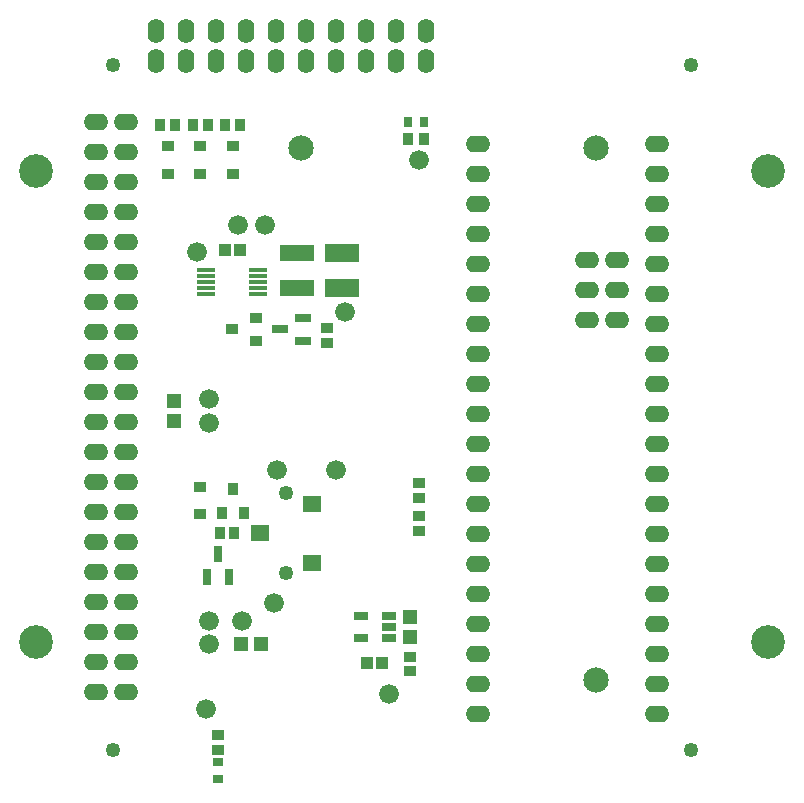
<source format=gts>
G04 Layer_Color=20142*
%FSLAX25Y25*%
%MOIN*%
G70*
G01*
G75*
%ADD45R,0.11624X0.05915*%
%ADD46R,0.02962X0.03750*%
%ADD47R,0.03750X0.02962*%
%ADD48R,0.11230X0.05324*%
%ADD49R,0.03553X0.03947*%
%ADD50C,0.06600*%
%ADD51C,0.08474*%
%ADD52R,0.03947X0.03356*%
%ADD53R,0.03356X0.03947*%
%ADD54R,0.04143X0.03750*%
%ADD55R,0.04537X0.04931*%
%ADD56R,0.03947X0.04143*%
%ADD57R,0.04931X0.04537*%
%ADD58R,0.05718X0.02962*%
%ADD59R,0.04143X0.03750*%
%ADD60R,0.03750X0.04143*%
%ADD61R,0.06112X0.05324*%
%ADD62R,0.02962X0.05718*%
%ADD63R,0.06309X0.01781*%
%ADD64R,0.04931X0.03159*%
%ADD65C,0.11230*%
%ADD66C,0.04931*%
%ADD67O,0.08100X0.05600*%
%ADD68O,0.05600X0.08100*%
D45*
X191024Y280000D02*
D03*
Y268386D02*
D03*
D46*
X212992Y323819D02*
D03*
X218110D02*
D03*
D47*
X149700Y104546D02*
D03*
Y110254D02*
D03*
D48*
X176013Y279915D02*
D03*
Y268498D02*
D03*
D49*
X218110Y317913D02*
D03*
X212992D02*
D03*
D50*
X168307Y163386D02*
D03*
X216535Y311024D02*
D03*
X146653Y223425D02*
D03*
X188976Y207677D02*
D03*
X169291D02*
D03*
X191761Y260427D02*
D03*
X146653Y231299D02*
D03*
X145669Y127953D02*
D03*
X146653Y149606D02*
D03*
X157480Y157480D02*
D03*
X146653D02*
D03*
X142717Y280512D02*
D03*
X156363Y289237D02*
D03*
X165354Y289370D02*
D03*
X206693Y132874D02*
D03*
D51*
X275590Y137795D02*
D03*
Y314961D02*
D03*
X177165D02*
D03*
D52*
X185855Y250093D02*
D03*
Y255014D02*
D03*
X149600Y119361D02*
D03*
Y114439D02*
D03*
X213681Y140551D02*
D03*
Y145473D02*
D03*
X216535Y198327D02*
D03*
Y203248D02*
D03*
Y192421D02*
D03*
Y187500D02*
D03*
D53*
X156988Y322835D02*
D03*
X152067D02*
D03*
X146161D02*
D03*
X141240D02*
D03*
X135335D02*
D03*
X130413D02*
D03*
X155020Y186614D02*
D03*
X150098D02*
D03*
D54*
X154527Y315551D02*
D03*
Y306496D02*
D03*
X143701Y315551D02*
D03*
Y306496D02*
D03*
X132874Y315551D02*
D03*
Y306496D02*
D03*
X143701Y192913D02*
D03*
Y201969D02*
D03*
D55*
X134842Y230709D02*
D03*
Y224016D02*
D03*
X213620Y158627D02*
D03*
Y151934D02*
D03*
D56*
X204368Y143469D02*
D03*
X199250D02*
D03*
X156918Y281097D02*
D03*
X151800D02*
D03*
D57*
X157087Y149606D02*
D03*
X163779D02*
D03*
D58*
X177824Y250742D02*
D03*
Y258301D02*
D03*
X170265Y254522D02*
D03*
D59*
X162233Y250782D02*
D03*
Y258262D02*
D03*
X154359Y254522D02*
D03*
D60*
X150787Y193504D02*
D03*
X158268D02*
D03*
X154527Y201378D02*
D03*
D61*
X163583Y186614D02*
D03*
X180905Y176772D02*
D03*
X180905Y196457D02*
D03*
D62*
X145827Y172008D02*
D03*
X153386D02*
D03*
X149606Y179567D02*
D03*
D63*
X145698Y274207D02*
D03*
Y272238D02*
D03*
Y270270D02*
D03*
Y268301D02*
D03*
Y266333D02*
D03*
X163020Y274207D02*
D03*
Y272238D02*
D03*
Y270270D02*
D03*
Y268301D02*
D03*
Y266333D02*
D03*
D64*
X197085Y151540D02*
D03*
Y159020D02*
D03*
X206534D02*
D03*
Y155280D02*
D03*
Y151540D02*
D03*
D65*
X333070Y307480D02*
D03*
Y150492D02*
D03*
X88917Y307480D02*
D03*
Y150492D02*
D03*
D66*
X307189Y114220D02*
D03*
X114614D02*
D03*
Y342850D02*
D03*
X307189D02*
D03*
X172244Y173228D02*
D03*
Y200000D02*
D03*
D67*
X236094Y126437D02*
D03*
Y136437D02*
D03*
Y146437D02*
D03*
Y156437D02*
D03*
Y166437D02*
D03*
Y176437D02*
D03*
Y186437D02*
D03*
Y196437D02*
D03*
Y206437D02*
D03*
Y216437D02*
D03*
Y226437D02*
D03*
Y236437D02*
D03*
Y246437D02*
D03*
Y256437D02*
D03*
Y266437D02*
D03*
Y276437D02*
D03*
Y286437D02*
D03*
Y296437D02*
D03*
Y306437D02*
D03*
Y316437D02*
D03*
X295957Y126437D02*
D03*
Y136437D02*
D03*
Y146437D02*
D03*
Y156437D02*
D03*
Y166437D02*
D03*
Y176437D02*
D03*
Y186437D02*
D03*
Y196437D02*
D03*
Y206437D02*
D03*
Y216437D02*
D03*
Y226437D02*
D03*
Y236437D02*
D03*
Y246437D02*
D03*
Y256437D02*
D03*
Y266437D02*
D03*
Y276437D02*
D03*
Y286437D02*
D03*
Y296437D02*
D03*
Y306437D02*
D03*
Y316437D02*
D03*
X108921Y323622D02*
D03*
Y313622D02*
D03*
Y303622D02*
D03*
Y293622D02*
D03*
Y283622D02*
D03*
Y273622D02*
D03*
Y263622D02*
D03*
Y253622D02*
D03*
Y243622D02*
D03*
Y233622D02*
D03*
Y223622D02*
D03*
Y213622D02*
D03*
Y203622D02*
D03*
Y193622D02*
D03*
Y183622D02*
D03*
Y173622D02*
D03*
Y163622D02*
D03*
Y153622D02*
D03*
Y143622D02*
D03*
Y133622D02*
D03*
X118921D02*
D03*
Y143622D02*
D03*
Y153622D02*
D03*
Y163622D02*
D03*
Y173622D02*
D03*
Y183622D02*
D03*
Y193622D02*
D03*
Y203622D02*
D03*
Y213622D02*
D03*
Y223622D02*
D03*
Y233622D02*
D03*
Y243622D02*
D03*
Y253622D02*
D03*
Y263622D02*
D03*
Y273622D02*
D03*
Y283622D02*
D03*
Y293622D02*
D03*
Y303622D02*
D03*
Y313622D02*
D03*
Y323622D02*
D03*
X272638Y257657D02*
D03*
X282638D02*
D03*
X272638Y267657D02*
D03*
X282638D02*
D03*
X272638Y277657D02*
D03*
X282638D02*
D03*
D68*
X129000Y354000D02*
D03*
X139000D02*
D03*
X149000D02*
D03*
X159000D02*
D03*
X169000D02*
D03*
X179000D02*
D03*
X189000D02*
D03*
X199000D02*
D03*
X209000D02*
D03*
X219000D02*
D03*
Y344000D02*
D03*
X209000D02*
D03*
X199000D02*
D03*
X189000D02*
D03*
X179000D02*
D03*
X169000D02*
D03*
X159000D02*
D03*
X149000D02*
D03*
X139000D02*
D03*
X129000D02*
D03*
M02*

</source>
